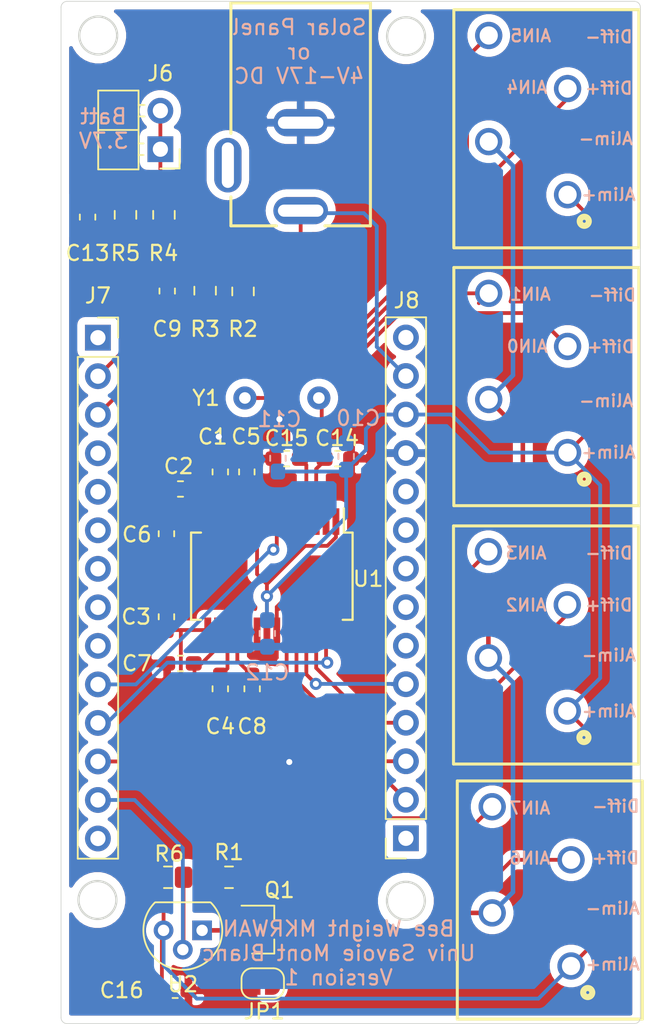
<source format=kicad_pcb>
(kicad_pcb (version 20171130) (host pcbnew "(5.1.10)-1")
  (title_block (title "Mesure Poids ADS1241 MKRWAN1310") (date 2021-05-01))
  (layers (0 F.Cu signal) (31 B.Cu signal) (34 B.Paste user) (35 F.Paste user hide) (36 B.SilkS user) (37 F.SilkS user) (38 B.Mask user) (39 F.Mask user hide) (44 Edge.Cuts user))
  (net 0 "")
  (net 1 GND)
  (net 2 /AIN1)
  (net 3 /AIN4)
  (net 4 /AIN6)
  (net 5 /AIN2)
  (net 6 /AIN0)
  (net 7 /AIN5)
  (net 8 /AIN7)
  (net 9 /AIN3)
  (net 10 /A1_D16_Vin)
  (net 11 /3V3)
  (net 12 /A0_D15_3V7_BAT)
  (net 13 "Net-(C14-Pad2)")
  (net 14 "Net-(C15-Pad1)")
  (net 15 /GND_LowPower)
  (net 16 "Net-(J6-Pad1)")
  (net 17 /AREF)
  (net 18 /A2_D17)
  (net 19 /A3_D19)
  (net 20 /A4_D19)
  (net 21 /A5_D20)
  (net 22 /A6_D21)
  (net 23 /D0)
  (net 24 /D1_PDWN)
  (net 25 /D2_DRDY)
  (net 26 /D3_CMD_MOS)
  (net 27 /D4_DS1820_DQ)
  (net 28 /D5)
  (net 29 /5V)
  (net 30 /Vin)
  (net 31 /RESET)
  (net 32 /D14_TX)
  (net 33 /D13_RX)
  (net 34 /D12_SCL)
  (net 35 /D11_SDA)
  (net 36 /D10_MISO)
  (net 37 /D9_SCLK)
  (net 38 /D8_MOSI)
  (net 39 /D7_CS)
  (net 40 /D6_USER_LED)
  (net 41 "Net-(J9-Pad3)")
  (module Package_TO_SOT_THT:TO-92 (layer F.Cu) (at 160.5 111.25 180)
    (fp_text reference U2 (at 1.27 -3.56) (layer F.SilkS))
    (fp_text value DS18B20)
    (pad 1 thru_hole rect (at 0 0 180) (size 1.3 1.3) (drill 0.75) (layers *.Cu *.Mask) (net 15 /GND_LowPower))
    (pad 3 thru_hole circle (at 2.54 0 180) (size 1.3 1.3) (drill 0.75) (layers *.Cu *.Mask) (net 11 /3V3))
    (pad 2 thru_hole circle (at 1.27 -1.27 180) (size 1.3 1.3) (drill 0.75) (layers *.Cu *.Mask) (net 27 /D4_DS1820_DQ))
  )
  (module Connector_PinSocket_2.54mm:PinSocket_1x14_P2.54mm_Vertical (layer F.Cu) (at 173.9392 105.1814 180)
    (fp_text reference J8 (at -0.0508 35.4584) (layer F.SilkS))
    (fp_text value Conn_01x14_Female)
    (pad 14 thru_hole oval (at 0 33.02 180) (size 1.7 1.7) (drill 1) (layers *.Cu *.Mask) (net 29 /5V))
    (pad 13 thru_hole oval (at 0 30.48 180) (size 1.7 1.7) (drill 1) (layers *.Cu *.Mask) (net 30 /Vin))
    (pad 12 thru_hole oval (at 0 27.94 180) (size 1.7 1.7) (drill 1) (layers *.Cu *.Mask) (net 11 /3V3))
    (pad 11 thru_hole oval (at 0 25.4 180) (size 1.7 1.7) (drill 1) (layers *.Cu *.Mask) (net 1 GND))
    (pad 10 thru_hole oval (at 0 22.86 180) (size 1.7 1.7) (drill 1) (layers *.Cu *.Mask) (net 31 /RESET))
    (pad 9 thru_hole oval (at 0 20.32 180) (size 1.7 1.7) (drill 1) (layers *.Cu *.Mask) (net 32 /D14_TX))
    (pad 8 thru_hole oval (at 0 17.78 180) (size 1.7 1.7) (drill 1) (layers *.Cu *.Mask) (net 33 /D13_RX))
    (pad 7 thru_hole oval (at 0 15.24 180) (size 1.7 1.7) (drill 1) (layers *.Cu *.Mask) (net 34 /D12_SCL))
    (pad 6 thru_hole oval (at 0 12.7 180) (size 1.7 1.7) (drill 1) (layers *.Cu *.Mask) (net 35 /D11_SDA))
    (pad 5 thru_hole oval (at 0 10.16 180) (size 1.7 1.7) (drill 1) (layers *.Cu *.Mask) (net 36 /D10_MISO))
    (pad 4 thru_hole oval (at 0 7.62 180) (size 1.7 1.7) (drill 1) (layers *.Cu *.Mask) (net 37 /D9_SCLK))
    (pad 3 thru_hole oval (at 0 5.08 180) (size 1.7 1.7) (drill 1) (layers *.Cu *.Mask) (net 38 /D8_MOSI))
    (pad 2 thru_hole oval (at 0 2.54 180) (size 1.7 1.7) (drill 1) (layers *.Cu *.Mask) (net 39 /D7_CS))
    (pad 1 thru_hole rect (at 0 0 180) (size 1.7 1.7) (drill 1) (layers *.Cu *.Mask) (net 40 /D6_USER_LED))
  )
  (module USMB_Syl_Mont:ADS1241 (layer F.Cu) (at 171.45 87.9 270)
    (fp_text reference U1 (at 0.1778 0 180) (layer F.SilkS))
    (fp_text value ADS1241 hide)
    (pad 14 smd rect (at -3.6 10.575 270) (size 1.75 0.45) (layers F.Cu F.Paste F.Mask) (net 7 /AIN5))
    (pad 28 smd rect (at 3.6 2.125 270) (size 1.75 0.45) (layers F.Cu F.Paste F.Mask) (net 1 GND))
    (pad 6 smd rect (at -3.6 5.375 270) (size 1.75 0.45) (layers F.Cu F.Paste F.Mask) (net 11 /3V3))
    (pad 24 smd rect (at 3.6 4.725 270) (size 1.75 0.45) (layers F.Cu F.Paste F.Mask) (net 38 /D8_MOSI))
    (pad 26 smd rect (at 3.6 3.425 270) (size 1.75 0.45) (layers F.Cu F.Paste F.Mask) (net 37 /D9_SCLK))
    (pad 11 smd rect (at -3.6 8.625 270) (size 1.75 0.45) (layers F.Cu F.Paste F.Mask) (net 6 /AIN0))
    (pad 17 smd rect (at 3.6 9.275 270) (size 1.75 0.45) (layers F.Cu F.Paste F.Mask) (net 5 /AIN2))
    (pad 12 smd rect (at -3.6 9.275 270) (size 1.75 0.45) (layers F.Cu F.Paste F.Mask) (net 2 /AIN1))
    (pad 9 smd rect (at -3.6 7.325 270) (size 1.75 0.45) (layers F.Cu F.Paste F.Mask) (net 11 /3V3))
    (pad 15 smd rect (at 3.6 10.575 270) (size 1.75 0.45) (layers F.Cu F.Paste F.Mask) (net 4 /AIN6))
    (pad 19 smd rect (at 3.6 7.975 270) (size 1.75 0.45) (layers F.Cu F.Paste F.Mask) (net 1 GND))
    (pad 20 smd rect (at 3.6 7.325 270) (size 1.75 0.45) (layers F.Cu F.Paste F.Mask) (net 1 GND))
    (pad 10 smd rect (at -3.6 7.975 270) (size 1.75 0.45) (layers F.Cu F.Paste F.Mask) (net 1 GND))
    (pad 22 smd rect (at 3.6 6.025 270) (size 1.75 0.45) (layers F.Cu F.Paste F.Mask) (net 1 GND))
    (pad 7 smd rect (at -3.6 6.025 270) (size 1.75 0.45) (layers F.Cu F.Paste F.Mask) (net 24 /D1_PDWN))
    (pad 21 smd rect (at 3.6 6.675 270) (size 1.75 0.45) (layers F.Cu F.Paste F.Mask) (net 11 /3V3))
    (pad 16 smd rect (at 3.6 9.925 270) (size 1.75 0.45) (layers F.Cu F.Paste F.Mask) (net 8 /AIN7))
    (pad 23 smd rect (at 3.6 5.375 270) (size 1.75 0.45) (layers F.Cu F.Paste F.Mask) (net 39 /D7_CS))
    (pad 18 smd rect (at 3.6 8.625 270) (size 1.75 0.45) (layers F.Cu F.Paste F.Mask) (net 9 /AIN3))
    (pad 27 smd rect (at 3.6 2.775 270) (size 1.75 0.45) (layers F.Cu F.Paste F.Mask) (net 25 /D2_DRDY))
    (pad 8 smd rect (at -3.6 6.675 270) (size 1.75 0.45) (layers F.Cu F.Paste F.Mask) (net 1 GND))
    (pad 25 smd rect (at 3.6 4.075 270) (size 1.75 0.45) (layers F.Cu F.Paste F.Mask) (net 36 /D10_MISO))
    (pad 13 smd rect (at -3.6 9.925 270) (size 1.75 0.45) (layers F.Cu F.Paste F.Mask) (net 3 /AIN4))
    (pad 1 smd rect (at -3.6 2.125 270) (size 1.75 0.45) (layers F.Cu F.Paste F.Mask) (net 11 /3V3))
    (pad 3 smd rect (at -3.6 3.425 270) (size 1.75 0.45) (layers F.Cu F.Paste F.Mask) (net 13 "Net-(C14-Pad2)"))
    (pad 2 smd rect (at -3.6 2.775 270) (size 1.75 0.45) (layers F.Cu F.Paste F.Mask) (net 1 GND))
    (pad 5 smd rect (at -3.6 4.725 270) (size 1.75 0.45) (layers F.Cu F.Paste F.Mask) (net 11 /3V3))
    (pad 4 smd rect (at -3.6 4.075 270) (size 1.75 0.45) (layers F.Cu F.Paste F.Mask) (net 14 "Net-(C15-Pad1)"))
  )
  (module Jumper:SolderJumper-2_P1.3mm_Open_RoundedPad1.0x1.5mm (layer F.Cu) (at 164.5 114.75 180)
    (fp_text reference JP1 (at -0.1 -1.85) (layer F.SilkS))
    (fp_text value SolderJumper_2_Open)
    (pad 2 smd custom (at 0.65 0 180) (size 1 0.5) (layers F.Cu F.Mask) (net 1 GND) (options (clearance outline) (anchor rect)) (primitives (gr_circle (center 0 0.25) (end 0.5 0.25) (width 0)) (gr_circle (center 0 -0.25) (end 0.5 -0.25) (width 0)) (gr_poly (pts (xy 0 -0.75) (xy -0.5 -0.75) (xy -0.5 0.75) (xy 0 0.75)) (width 0))))
    (pad 1 smd custom (at -0.65 0 180) (size 1 0.5) (layers F.Cu F.Mask) (net 15 /GND_LowPower) (options (clearance outline) (anchor rect)) (primitives (gr_circle (center 0 0.25) (end 0.5 0.25) (width 0)) (gr_circle (center 0 -0.25) (end 0.5 -0.25) (width 0)) (gr_poly (pts (xy 0 -0.75) (xy 0.5 -0.75) (xy 0.5 0.75) (xy 0 0.75)) (width 0))))
  )
  (module USMB_Syl_Mont:Crystal-4Mhz-TH-Wurth-830027298B (layer F.Cu) (at 165.7616 76.15 180)
    (fp_text reference Y1 (at 5 0) (layer F.SilkS))
    (fp_text value Crystal)
    (pad 2 thru_hole circle (at 2.4384 0 180) (size 1.524 1.524) (drill 0.762) (layers *.Cu *.Mask) (net 14 "Net-(C15-Pad1)"))
    (pad 1 thru_hole circle (at -2.4384 0 180) (size 1.524 1.524) (drill 0.762) (layers *.Cu *.Mask) (net 13 "Net-(C14-Pad2)"))
  )
  (module "USMB_Syl_Mont:TermBlock_1x04_P3.50mm Wurth_691412120004B" (layer F.Cu) (at 182.2283 108.3492 90)
    (fp_text reference J3 hide)
    (fp_text value 691412120004B hide)
    (pad 4 thru_hole circle (at 5.25 -2.6 90) (size 1.8 1.8) (drill 1.2) (layers *.Cu *.Mask) (net 8 /AIN7))
    (pad 3 thru_hole circle (at 1.75 2.6 90) (size 1.8 1.8) (drill 1.2) (layers *.Cu *.Mask) (net 4 /AIN6))
    (pad 2 thru_hole circle (at -1.75 -2.6 90) (size 1.8 1.8) (drill 1.2) (layers *.Cu *.Mask) (net 15 /GND_LowPower))
    (pad 1 thru_hole circle (at -5.25 2.6 90) (size 1.8 1.8) (drill 1.2) (layers *.Cu *.Mask) (net 11 /3V3))
  )
  (module "USMB_Syl_Mont:TermBlock_1x04_P3.50mm Wurth_691412120004B" (layer F.Cu) (at 182 74.5 90)
    (fp_text reference J5 hide)
    (fp_text value 691412120004B hide)
    (pad 4 thru_hole circle (at 5.25 -2.6 90) (size 1.8 1.8) (drill 1.2) (layers *.Cu *.Mask) (net 2 /AIN1))
    (pad 3 thru_hole circle (at 1.75 2.6 90) (size 1.8 1.8) (drill 1.2) (layers *.Cu *.Mask) (net 6 /AIN0))
    (pad 2 thru_hole circle (at -1.75 -2.6 90) (size 1.8 1.8) (drill 1.2) (layers *.Cu *.Mask) (net 15 /GND_LowPower))
    (pad 1 thru_hole circle (at -5.25 2.6 90) (size 1.8 1.8) (drill 1.2) (layers *.Cu *.Mask) (net 11 /3V3))
  )
  (module Capacitor_SMD:C_0603_1608Metric_Pad1.05x0.95mm_HandSolder (layer F.Cu) (at 159.075 93.65 180)
    (fp_text reference C7 (at 2.875 0) (layer F.SilkS))
    (fp_text value 10nF)
    (pad 2 smd roundrect (at 0.875 0 180) (size 1.05 0.95) (layers F.Cu F.Paste F.Mask) (net 1 GND))
    (pad 1 smd roundrect (at -0.875 0 180) (size 1.05 0.95) (layers F.Cu F.Paste F.Mask) (net 8 /AIN7))
  )
  (module "USMB_Syl_Mont:TermBlock_1x04_P3.50mm Wurth_691412120004B" (layer F.Cu) (at 181.9783 91.5342 90)
    (fp_text reference J4 hide)
    (fp_text value 691412120004B hide)
    (pad 1 thru_hole circle (at -5.25 2.6 90) (size 1.8 1.8) (drill 1.2) (layers *.Cu *.Mask) (net 11 /3V3))
    (pad 2 thru_hole circle (at -1.75 -2.6 90) (size 1.8 1.8) (drill 1.2) (layers *.Cu *.Mask) (net 15 /GND_LowPower))
    (pad 3 thru_hole circle (at 1.75 2.6 90) (size 1.8 1.8) (drill 1.2) (layers *.Cu *.Mask) (net 5 /AIN2))
    (pad 4 thru_hole circle (at 5.25 -2.6 90) (size 1.8 1.8) (drill 1.2) (layers *.Cu *.Mask) (net 9 /AIN3))
  )
  (module Connector_PinHeader_2.54mm:PinHeader_1x02_P2.54mm_Horizontal (layer F.Cu) (at 157.75 59.75 180)
    (fp_text reference J6 (at 0 5 180) (layer F.SilkS))
    (fp_text value Conn_01x02_Male)
    (pad 1 thru_hole rect (at 0 0 180) (size 1.7 1.7) (drill 1) (layers *.Cu *.Mask) (net 16 "Net-(J6-Pad1)"))
    (pad 2 thru_hole oval (at 0 2.54 180) (size 1.7 1.7) (drill 1) (layers *.Cu *.Mask) (net 16 "Net-(J6-Pad1)"))
  )
  (module Connector_PinSocket_2.54mm:PinSocket_1x14_P2.54mm_Vertical (layer F.Cu) (at 153.6319 72.1741)
    (fp_text reference J7 (at 0 -2.77) (layer F.SilkS))
    (fp_text value Conn_01x14_Female)
    (pad 14 thru_hole oval (at 0 33.02) (size 1.7 1.7) (drill 1) (layers *.Cu *.Mask) (net 28 /D5))
    (pad 13 thru_hole oval (at 0 30.48) (size 1.7 1.7) (drill 1) (layers *.Cu *.Mask) (net 27 /D4_DS1820_DQ))
    (pad 12 thru_hole oval (at 0 27.94) (size 1.7 1.7) (drill 1) (layers *.Cu *.Mask) (net 26 /D3_CMD_MOS))
    (pad 11 thru_hole oval (at 0 25.4) (size 1.7 1.7) (drill 1) (layers *.Cu *.Mask) (net 25 /D2_DRDY))
    (pad 10 thru_hole oval (at 0 22.86) (size 1.7 1.7) (drill 1) (layers *.Cu *.Mask) (net 24 /D1_PDWN))
    (pad 9 thru_hole oval (at 0 20.32) (size 1.7 1.7) (drill 1) (layers *.Cu *.Mask) (net 23 /D0))
    (pad 8 thru_hole oval (at 0 17.78) (size 1.7 1.7) (drill 1) (layers *.Cu *.Mask) (net 22 /A6_D21))
    (pad 7 thru_hole oval (at 0 15.24) (size 1.7 1.7) (drill 1) (layers *.Cu *.Mask) (net 21 /A5_D20))
    (pad 6 thru_hole oval (at 0 12.7) (size 1.7 1.7) (drill 1) (layers *.Cu *.Mask) (net 20 /A4_D19))
    (pad 5 thru_hole oval (at 0 10.16) (size 1.7 1.7) (drill 1) (layers *.Cu *.Mask) (net 19 /A3_D19))
    (pad 4 thru_hole oval (at 0 7.62) (size 1.7 1.7) (drill 1) (layers *.Cu *.Mask) (net 18 /A2_D17))
    (pad 3 thru_hole oval (at 0 5.08) (size 1.7 1.7) (drill 1) (layers *.Cu *.Mask) (net 10 /A1_D16_Vin))
    (pad 2 thru_hole oval (at 0 2.54) (size 1.7 1.7) (drill 1) (layers *.Cu *.Mask) (net 12 /A0_D15_3V7_BAT))
    (pad 1 thru_hole rect (at 0 0) (size 1.7 1.7) (drill 1) (layers *.Cu *.Mask) (net 17 /AREF))
  )
  (module Capacitor_SMD:C_0603_1608Metric_Pad1.05x0.95mm_HandSolder (layer F.Cu) (at 161.7 81.025 90)
    (fp_text reference C1 (at 2.325 -0.5) (layer F.SilkS))
    (fp_text value 10nF)
    (pad 2 smd roundrect (at 0.875 0 90) (size 1.05 0.95) (layers F.Cu F.Paste F.Mask) (net 1 GND))
    (pad 1 smd roundrect (at -0.875 0 90) (size 1.05 0.95) (layers F.Cu F.Paste F.Mask) (net 2 /AIN1))
  )
  (module Capacitor_SMD:C_0603_1608Metric_Pad1.05x0.95mm_HandSolder (layer F.Cu) (at 159.075 82.15 180)
    (fp_text reference C2 (at 0.125 1.5) (layer F.SilkS))
    (fp_text value 10nF)
    (pad 2 smd roundrect (at 0.875 0 180) (size 1.05 0.95) (layers F.Cu F.Paste F.Mask) (net 1 GND))
    (pad 1 smd roundrect (at -0.875 0 180) (size 1.05 0.95) (layers F.Cu F.Paste F.Mask) (net 3 /AIN4))
  )
  (module Capacitor_SMD:C_0603_1608Metric_Pad1.05x0.95mm_HandSolder (layer F.Cu) (at 158.15 90.575 90)
    (fp_text reference C3 (at 0 -2) (layer F.SilkS))
    (fp_text value 10nF)
    (pad 1 smd roundrect (at -0.875 0 90) (size 1.05 0.95) (layers F.Cu F.Paste F.Mask) (net 4 /AIN6))
    (pad 2 smd roundrect (at 0.875 0 90) (size 1.05 0.95) (layers F.Cu F.Paste F.Mask) (net 1 GND))
  )
  (module Capacitor_SMD:C_0603_1608Metric_Pad1.05x0.95mm_HandSolder (layer F.Cu) (at 161.7 95.325 270)
    (fp_text reference C4 (at 2.475 0) (layer F.SilkS))
    (fp_text value 10nF)
    (pad 1 smd roundrect (at -0.875 0 270) (size 1.05 0.95) (layers F.Cu F.Paste F.Mask) (net 5 /AIN2))
    (pad 2 smd roundrect (at 0.875 0 270) (size 1.05 0.95) (layers F.Cu F.Paste F.Mask) (net 1 GND))
  )
  (module Capacitor_SMD:C_0603_1608Metric_Pad1.05x0.95mm_HandSolder (layer F.Cu) (at 163.45 81.025 90)
    (fp_text reference C5 (at 2.325 -0.05) (layer F.SilkS))
    (fp_text value 10nF)
    (pad 1 smd roundrect (at -0.875 0 90) (size 1.05 0.95) (layers F.Cu F.Paste F.Mask) (net 6 /AIN0))
    (pad 2 smd roundrect (at 0.875 0 90) (size 1.05 0.95) (layers F.Cu F.Paste F.Mask) (net 1 GND))
  )
  (module Capacitor_SMD:C_0603_1608Metric_Pad1.05x0.95mm_HandSolder (layer F.Cu) (at 158.15 85.1 270)
    (fp_text reference C6 (at 0.05 1.95 180) (layer F.SilkS))
    (fp_text value 10nF)
    (pad 1 smd roundrect (at -0.875 0 270) (size 1.05 0.95) (layers F.Cu F.Paste F.Mask) (net 7 /AIN5))
    (pad 2 smd roundrect (at 0.875 0 270) (size 1.05 0.95) (layers F.Cu F.Paste F.Mask) (net 1 GND))
  )
  (module Capacitor_SMD:C_0603_1608Metric_Pad1.05x0.95mm_HandSolder (layer F.Cu) (at 163.8 95.325 270)
    (fp_text reference C8 (at 2.475 0 180) (layer F.SilkS))
    (fp_text value 10nF)
    (pad 2 smd roundrect (at 0.875 0 270) (size 1.05 0.95) (layers F.Cu F.Paste F.Mask) (net 1 GND))
    (pad 1 smd roundrect (at -0.875 0 270) (size 1.05 0.95) (layers F.Cu F.Paste F.Mask) (net 9 /AIN3))
  )
  (module Capacitor_SMD:C_0603_1608Metric_Pad1.05x0.95mm_HandSolder (layer F.Cu) (at 158.2 69.1 90)
    (fp_text reference C9 (at -2.5 0) (layer F.SilkS))
    (fp_text value 100nF)
    (pad 1 smd roundrect (at -0.875 0 90) (size 1.05 0.95) (layers F.Cu F.Paste F.Mask) (net 10 /A1_D16_Vin))
    (pad 2 smd roundrect (at 0.875 0 90) (size 1.05 0.95) (layers F.Cu F.Paste F.Mask) (net 1 GND))
  )
  (module Capacitor_SMD:C_0603_1608Metric_Pad1.05x0.95mm_HandSolder (layer B.Cu) (at 170 80 270)
    (fp_text reference C10 (at -2.525 -0.8) (layer B.SilkS) (effects (justify mirror)))
    (fp_text value 100nF)
    (pad 1 smd roundrect (at -0.875 0 270) (size 1.05 0.95) (layers B.Cu B.Paste B.Mask) (net 1 GND))
    (pad 2 smd roundrect (at 0.875 0 270) (size 1.05 0.95) (layers B.Cu B.Paste B.Mask) (net 11 /3V3))
  )
  (module Capacitor_SMD:C_0603_1608Metric_Pad1.05x0.95mm_HandSolder (layer B.Cu) (at 165.5 80.125 270)
    (fp_text reference C11 (at -2.575 -0.1 180) (layer B.SilkS) (effects (justify mirror)))
    (fp_text value 100nF)
    (pad 2 smd roundrect (at 0.875 0 270) (size 1.05 0.95) (layers B.Cu B.Paste B.Mask) (net 11 /3V3))
    (pad 1 smd roundrect (at -0.875 0 270) (size 1.05 0.95) (layers B.Cu B.Paste B.Mask) (net 1 GND))
  )
  (module Capacitor_SMD:C_0603_1608Metric_Pad1.05x0.95mm_HandSolder (layer B.Cu) (at 164.8 91.675 90)
    (fp_text reference C12 (at -2.575 0 180) (layer B.SilkS) (effects (justify mirror)))
    (fp_text value 100nF)
    (pad 1 smd roundrect (at -0.875 0 90) (size 1.05 0.95) (layers B.Cu B.Paste B.Mask) (net 1 GND))
    (pad 2 smd roundrect (at 0.875 0 90) (size 1.05 0.95) (layers B.Cu B.Paste B.Mask) (net 11 /3V3))
  )
  (module Capacitor_SMD:C_0603_1608Metric_Pad1.05x0.95mm_HandSolder (layer F.Cu) (at 152.95 64.225 90)
    (fp_text reference C13 (at -2.375 0 180) (layer F.SilkS))
    (fp_text value 100nF)
    (pad 1 smd roundrect (at -0.875 0 90) (size 1.05 0.95) (layers F.Cu F.Paste F.Mask) (net 12 /A0_D15_3V7_BAT))
    (pad 2 smd roundrect (at 0.875 0 90) (size 1.05 0.95) (layers F.Cu F.Paste F.Mask) (net 1 GND))
  )
  (module Capacitor_SMD:C_0603_1608Metric_Pad1.05x0.95mm_HandSolder (layer F.Cu) (at 169.45 80.15 180)
    (fp_text reference C14 (at 0.05 1.35) (layer F.SilkS))
    (fp_text value 18pF)
    (pad 2 smd roundrect (at 0.875 0 180) (size 1.05 0.95) (layers F.Cu F.Paste F.Mask) (net 13 "Net-(C14-Pad2)"))
    (pad 1 smd roundrect (at -0.875 0 180) (size 1.05 0.95) (layers F.Cu F.Paste F.Mask) (net 1 GND))
  )
  (module Capacitor_SMD:C_0603_1608Metric_Pad1.05x0.95mm_HandSolder (layer F.Cu) (at 166.075 80.15 180)
    (fp_text reference C15 (at 0 1.35) (layer F.SilkS))
    (fp_text value 18pF)
    (pad 2 smd roundrect (at 0.875 0 180) (size 1.05 0.95) (layers F.Cu F.Paste F.Mask) (net 1 GND))
    (pad 1 smd roundrect (at -0.875 0 180) (size 1.05 0.95) (layers F.Cu F.Paste F.Mask) (net 14 "Net-(C15-Pad1)"))
  )
  (module Capacitor_SMD:C_0603_1608Metric_Pad1.05x0.95mm_HandSolder (layer F.Cu) (at 158.725 115.2 180)
    (fp_text reference C16 (at 3.525 0) (layer F.SilkS))
    (fp_text value 100n)
    (pad 2 smd roundrect (at 0.875 0 180) (size 1.05 0.95) (layers F.Cu F.Paste F.Mask) (net 11 /3V3))
    (pad 1 smd roundrect (at -0.875 0 180) (size 1.05 0.95) (layers F.Cu F.Paste F.Mask) (net 1 GND))
  )
  (module "USMB_Syl_Mont:TermBlock_1x04_P3.50mm Wurth_691412120004B" (layer F.Cu) (at 182 57.5 90)
    (fp_text reference J2 hide)
    (fp_text value 691412120004B hide)
    (pad 4 thru_hole circle (at 5.25 -2.6 90) (size 1.8 1.8) (drill 1.2) (layers *.Cu *.Mask) (net 7 /AIN5))
    (pad 3 thru_hole circle (at 1.75 2.6 90) (size 1.8 1.8) (drill 1.2) (layers *.Cu *.Mask) (net 3 /AIN4))
    (pad 2 thru_hole circle (at -1.75 -2.6 90) (size 1.8 1.8) (drill 1.2) (layers *.Cu *.Mask) (net 15 /GND_LowPower))
    (pad 1 thru_hole circle (at -5.25 2.6 90) (size 1.8 1.8) (drill 1.2) (layers *.Cu *.Mask) (net 11 /3V3))
  )
  (module "USMB_Syl_Mont:Jack_DC_2.1mm Wurth_694108301002" (layer F.Cu) (at 167 58 270)
    (fp_text reference J9 hide)
    (fp_text value 694108301002 hide)
    (pad 2 thru_hole oval (at 0 0 270) (size 1.8 3.6) (drill oval 0.8 3) (layers *.Cu *.Mask) (net 1 GND))
    (pad 1 thru_hole oval (at 5.8 0 270) (size 1.8 3.6) (drill oval 0.8 3) (layers *.Cu *.Mask) (net 30 /Vin))
    (pad 3 thru_hole oval (at 2.8 4.8 270) (size 3.6 1.8) (drill oval 3 0.8) (layers *.Cu *.Mask) (net 41 "Net-(J9-Pad3)"))
  )
  (module Package_TO_SOT_SMD:SOT-23 (layer F.Cu) (at 164.5 111.2)
    (fp_text reference Q1 (at 1.1 -2.6) (layer F.SilkS))
    (fp_text value IRLML6244 hide)
    (pad 1 smd rect (at -1 -0.95) (size 0.9 0.8) (layers F.Cu F.Paste F.Mask) (net 26 /D3_CMD_MOS))
    (pad 2 smd rect (at -1 0.95) (size 0.9 0.8) (layers F.Cu F.Paste F.Mask) (net 1 GND))
    (pad 3 smd rect (at 1 0) (size 0.9 0.8) (layers F.Cu F.Paste F.Mask) (net 15 /GND_LowPower))
  )
  (module Resistor_SMD:R_0805_2012Metric_Pad1.15x1.40mm_HandSolder (layer F.Cu) (at 162.275 107.75)
    (fp_text reference R1 (at 0 -1.65) (layer F.SilkS))
    (fp_text value 1M)
    (pad 2 smd roundrect (at 1.025 0) (size 1.15 1.4) (layers F.Cu F.Paste F.Mask) (roundrect_rratio 0.217391) (net 26 /D3_CMD_MOS))
    (pad 1 smd roundrect (at -1.025 0) (size 1.15 1.4) (layers F.Cu F.Paste F.Mask) (roundrect_rratio 0.217391) (net 1 GND))
  )
  (module Resistor_SMD:R_0805_2012Metric_Pad1.15x1.40mm_HandSolder (layer F.Cu) (at 163.2 69.125 90)
    (fp_text reference R2 (at -2.475 0) (layer F.SilkS))
    (fp_text value 560k)
    (pad 1 smd roundrect (at -1.025 0 90) (size 1.15 1.4) (layers F.Cu F.Paste F.Mask) (roundrect_rratio 0.217391) (net 10 /A1_D16_Vin))
    (pad 2 smd roundrect (at 1.025 0 90) (size 1.15 1.4) (layers F.Cu F.Paste F.Mask) (roundrect_rratio 0.217391) (net 30 /Vin))
  )
  (module Resistor_SMD:R_0805_2012Metric_Pad1.15x1.40mm_HandSolder (layer F.Cu) (at 160.7 69.075 270)
    (fp_text reference R3 (at 2.525 0) (layer F.SilkS))
    (fp_text value 100k)
    (pad 2 smd roundrect (at 1.025 0 270) (size 1.15 1.4) (layers F.Cu F.Paste F.Mask) (roundrect_rratio 0.217391) (net 10 /A1_D16_Vin))
    (pad 1 smd roundrect (at -1.025 0 270) (size 1.15 1.4) (layers F.Cu F.Paste F.Mask) (roundrect_rratio 0.217391) (net 1 GND))
  )
  (module Resistor_SMD:R_0805_2012Metric_Pad1.15x1.40mm_HandSolder (layer F.Cu) (at 157.9856 64.075 270)
    (fp_text reference R4 (at 2.525 0.0356) (layer F.SilkS))
    (fp_text value 330k)
    (pad 2 smd roundrect (at 1.025 0 270) (size 1.15 1.4) (layers F.Cu F.Paste F.Mask) (roundrect_rratio 0.217391) (net 12 /A0_D15_3V7_BAT))
    (pad 1 smd roundrect (at -1.025 0 270) (size 1.15 1.4) (layers F.Cu F.Paste F.Mask) (roundrect_rratio 0.217391) (net 16 "Net-(J6-Pad1)"))
  )
  (module Resistor_SMD:R_0805_2012Metric_Pad1.15x1.40mm_HandSolder (layer F.Cu) (at 155.45 64.075 90)
    (fp_text reference R5 (at -2.525 0 180) (layer F.SilkS))
    (fp_text value 1M)
    (pad 1 smd roundrect (at -1.025 0 90) (size 1.15 1.4) (layers F.Cu F.Paste F.Mask) (roundrect_rratio 0.217391) (net 12 /A0_D15_3V7_BAT))
    (pad 2 smd roundrect (at 1.025 0 90) (size 1.15 1.4) (layers F.Cu F.Paste F.Mask) (roundrect_rratio 0.217391) (net 1 GND))
  )
  (module Resistor_SMD:R_0805_2012Metric_Pad1.15x1.40mm_HandSolder (layer F.Cu) (at 158.25 107.75 180)
    (fp_text reference R6 (at -0.0799 1.5494) (layer F.SilkS))
    (fp_text value 4.7k)
    (pad 1 smd roundrect (at -1.025 0 180) (size 1.15 1.4) (layers F.Cu F.Paste F.Mask) (roundrect_rratio 0.217391) (net 27 /D4_DS1820_DQ))
    (pad 2 smd roundrect (at 1.025 0 180) (size 1.15 1.4) (layers F.Cu F.Paste F.Mask) (roundrect_rratio 0.217391) (net 11 /3V3))
  )
  (gr_arc (start 189 117) (end 189 117.4) (angle -90) (layer Edge.Cuts) (width 0.05))
  (gr_arc (start 151.6 117) (end 151.2 117) (angle -90) (layer Edge.Cuts) (width 0.05))
  (gr_arc (start 151.6 50.4) (end 151.6 50) (angle -90) (layer Edge.Cuts) (width 0.05))
  (gr_arc (start 189 50.4) (end 189.4 50.4) (angle -90) (layer Edge.Cuts) (width 0.05))
  (gr_line (start 189.4 117) (end 189.4 50.4) (layer Edge.Cuts) (width 0.05))
  (gr_line (start 151.6 117.4) (end 189 117.4) (layer Edge.Cuts) (width 0.05))
  (gr_line (start 151.2 50.4) (end 151.2 117) (layer Edge.Cuts) (width 0.05))
  (gr_line (start 189 50) (end 151.6 50) (layer Edge.Cuts) (width 0.05))
  (gr_circle (center 173.9392 109.3) (end 175.1892 109.3) (layer Edge.Cuts) (width 0.15))
  (gr_circle (center 153.6 109.25) (end 154.85 109.25) (layer Edge.Cuts) (width 0.15))
  (gr_circle (center 153.65 52.25) (end 154.9 52.25) (layer Edge.Cuts) (width 0.15))
  (gr_circle (center 173.95 52.3) (end 175.2 52.3) (layer Edge.Cuts) (width 0.15))
  (gr_text "Batt\n3.7V" (at 154.0002 58.3946) (layer B.SilkS) (effects (font (size 1 1)) (justify mirror)))
  (gr_text "Solar Panel\nor\n4V-17V DC" (at 166.9034 53.3146) (layer B.SilkS) (effects (font (size 1 1)) (justify mirror)))
  (gr_text AIN2 (at 181.864 89.807) (layer B.SilkS) (effects (font (size 0.8 0.8)) (justify mirror)))
  (gr_text AIN3 (at 181.864 86.378) (layer B.SilkS) (effects (font (size 0.8 0.8)) (justify mirror)))
  (gr_text AIN7 (at 182.114 103.193) (layer B.SilkS) (effects (font (size 0.8 0.8)) (justify mirror)))
  (gr_text AIN6 (at 182.114 106.495) (layer B.SilkS) (effects (font (size 0.8 0.8)) (justify mirror)))
  (gr_text AIN5 (at 182.1688 52.2732) (layer B.SilkS) (effects (font (size 0.8 0.8)) (justify mirror)))
  (gr_text AIN4 (at 181.9148 55.6768) (layer B.SilkS) (effects (font (size 0.8 0.8)) (justify mirror)))
  (gr_text AIN1 (at 182.1434 69.3166) (layer B.SilkS) (effects (font (size 0.8 0.8)) (justify mirror)))
  (gr_text AIN0 (at 181.9402 72.7456) (layer B.SilkS) (effects (font (size 0.8 0.8)) (justify mirror)))
  (gr_text Diff+ (at 187.7568 106.4768) (layer B.SilkS) (effects (font (size 0.8 0.8)) (justify mirror)))
  (gr_text Alim+ (at 187.575 113.48) (layer B.SilkS) (effects (font (size 0.8 0.8)) (justify mirror)))
  (gr_text Diff- (at 187.7822 103.066) (layer B.SilkS) (effects (font (size 0.8 0.8)) (justify mirror)))
  (gr_text Alim- (at 187.575 109.797) (layer B.SilkS) (effects (font (size 0.8 0.8)) (justify mirror)))
  (gr_text Alim- (at 187.1218 59.055) (layer B.SilkS) (effects (font (size 0.8 0.8)) (justify mirror)))
  (gr_text Diff- (at 187.325 52.338) (layer B.SilkS) (effects (font (size 0.8 0.8)) (justify mirror)))
  (gr_text Diff+ (at 187.325 55.7276) (layer B.SilkS) (effects (font (size 0.8 0.8)) (justify mirror)))
  (gr_text Alim+ (at 187.2996 62.738) (layer B.SilkS) (effects (font (size 0.8 0.8)) (justify mirror)))
  (gr_text Diff+ (at 187.452 72.771) (layer B.SilkS) (effects (font (size 0.8 0.8)) (justify mirror)))
  (gr_text Alim+ (at 187.2996 79.7306) (layer B.SilkS) (effects (font (size 0.8 0.8)) (justify mirror)))
  (gr_text Diff- (at 187.5536 69.3674) (layer B.SilkS) (effects (font (size 0.8 0.8)) (justify mirror)))
  (gr_text Alim- (at 187.1472 76.337) (layer B.SilkS) (effects (font (size 0.8 0.8)) (justify mirror)))
  (gr_text Diff- (at 187.325 86.378) (layer B.SilkS) (effects (font (size 0.8 0.8)) (justify mirror)))
  (gr_text Diff+ (at 187.325 89.807) (layer B.SilkS) (effects (font (size 0.8 0.8)) (justify mirror)))
  (gr_text Alim- (at 187.325 93.109) (layer B.SilkS) (effects (font (size 0.8 0.8)) (justify mirror)))
  (gr_text Alim+ (at 187.325 96.792) (layer B.SilkS) (effects (font (size 0.8 0.8)) (justify mirror)))
  (gr_text "Bee Weight MKRWAN\nUniv Savoie Mont Blanc\nVersion 1" (at 169.5 112.75) (layer B.SilkS) (effects (font (size 1 1)) (justify mirror)))
  (segment (start 168.675 84.3) (end 168.675 82.425) (width 0.25) (layer F.Cu) (net 1))
  (segment (start 170.325 80.775) (end 170.325 80.15) (width 0.25) (layer F.Cu) (net 1))
  (segment (start 168.675 82.425) (end 170.325 80.775) (width 0.25) (layer F.Cu) (net 1))
  (via (at 161.6 78.7) (size 0.8) (drill 0.4) (layers F.Cu B.Cu) (net 1))
  (segment (start 161.7 79.15) (end 161.2 78.65) (width 0.25) (layer F.Cu) (net 1))
  (segment (start 161.7 80.15) (end 161.7 79.15) (width 0.25) (layer F.Cu) (net 1))
  (segment (start 163.475 91.5) (end 163.475 89.675) (width 0.25) (layer F.Cu) (net 1))
  (segment (start 164.125 91.5) (end 163.475 91.5) (width 0.25) (layer F.Cu) (net 1))
  (segment (start 165.425 91.5) (end 165.425 89.925) (width 0.25) (layer F.Cu) (net 1))
  (segment (start 165.425 89.925) (end 166.45 88.9) (width 0.25) (layer F.Cu) (net 1))
  (segment (start 169.325 91.5) (end 170.6 91.5) (width 0.25) (layer F.Cu) (net 1))
  (via (at 166.25 100.15) (size 0.8) (drill 0.4) (layers F.Cu B.Cu) (net 1))
  (segment (start 163.475 84.3) (end 163.475 83.264998) (width 0.25) (layer F.Cu) (net 1))
  (segment (start 163.475 84.3) (end 163.475 85.425) (width 0.25) (layer F.Cu) (net 1))
  (segment (start 163.475 85.425) (end 162.75 86.15) (width 0.25) (layer F.Cu) (net 1))
  (segment (start 165.2 80.15) (end 165.2 81.539998) (width 0.25) (layer F.Cu) (net 1))
  (via (at 165.6 77.55) (size 0.8) (drill 0.4) (layers F.Cu B.Cu) (net 1))
  (segment (start 164.125 91.5) (end 164.125 92.725) (width 0.25) (layer F.Cu) (net 1))
  (segment (start 165.425 93.275) (end 165.425 91.5) (width 0.25) (layer F.Cu) (net 1))
  (segment (start 165.05 93.65) (end 165.425 93.275) (width 0.25) (layer F.Cu) (net 1))
  (segment (start 163.475 91.5) (end 163.475 92.775) (width 0.25) (layer F.Cu) (net 1))
  (segment (start 163.825 93.125) (end 164.525 93.125) (width 0.25) (layer F.Cu) (net 1))
  (segment (start 163.475 92.775) (end 163.825 93.125) (width 0.25) (layer F.Cu) (net 1))
  (segment (start 164.525 93.125) (end 165.05 93.65) (width 0.25) (layer F.Cu) (net 1))
  (segment (start 164.125 92.725) (end 164.525 93.125) (width 0.25) (layer F.Cu) (net 1))
  (segment (start 164.775 84.0434) (end 164.874999 83.943401) (width 0.25) (layer F.Cu) (net 1))
  (segment (start 164.775 84.3) (end 164.775 84.0434) (width 0.25) (layer F.Cu) (net 1))
  (segment (start 164.775 84.3) (end 164.775 82.875) (width 0.25) (layer F.Cu) (net 1))
  (segment (start 164.009999 82.729999) (end 164.285001 82.729999) (width 0.25) (layer F.Cu) (net 1))
  (segment (start 163.475 83.264998) (end 164.009999 82.729999) (width 0.25) (layer F.Cu) (net 1))
  (segment (start 164.009999 82.729999) (end 165.2 81.539998) (width 0.25) (layer F.Cu) (net 1))
  (segment (start 162.175 82.375) (end 161.7 81.9) (width 0.25) (layer F.Cu) (net 2))
  (segment (start 162.175 84.3) (end 162.175 82.375) (width 0.25) (layer F.Cu) (net 2))
  (segment (start 178.75001 69.89999) (end 179.4 69.25) (width 0.25) (layer F.Cu) (net 2))
  (segment (start 174.21359 69.25) (end 179.4 69.25) (width 0.25) (layer F.Cu) (net 2))
  (segment (start 160.45 76.15) (end 162.55001 74.04999) (width 0.25) (layer F.Cu) (net 2))
  (segment (start 169.4136 74.04999) (end 174.21359 69.25) (width 0.25) (layer F.Cu) (net 2))
  (segment (start 162.55001 74.04999) (end 169.4136 74.04999) (width 0.25) (layer F.Cu) (net 2))
  (segment (start 160.45 81.15) (end 160.45 76.15) (width 0.25) (layer F.Cu) (net 2))
  (segment (start 161.2 81.9) (end 160.45 81.15) (width 0.25) (layer F.Cu) (net 2))
  (segment (start 161.7 81.9) (end 161.2 81.9) (width 0.25) (layer F.Cu) (net 2))
  (segment (start 161.525 84.3) (end 161.525 83.264998) (width 0.25) (layer F.Cu) (net 3))
  (segment (start 160.410002 82.15) (end 159.95 82.15) (width 0.25) (layer F.Cu) (net 3))
  (segment (start 161.525 83.264998) (end 160.410002 82.15) (width 0.25) (layer F.Cu) (net 3))
  (segment (start 184.6 56.4) (end 184.6 55.75) (width 0.25) (layer F.Cu) (net 3))
  (segment (start 178.420394 62.579606) (end 184.6 56.4) (width 0.25) (layer F.Cu) (net 3))
  (segment (start 178.420394 64.406786) (end 178.420394 62.579606) (width 0.25) (layer F.Cu) (net 3))
  (segment (start 169.227199 73.599981) (end 178.420394 64.406786) (width 0.25) (layer F.Cu) (net 3))
  (segment (start 162.363609 73.599981) (end 169.227199 73.599981) (width 0.25) (layer F.Cu) (net 3))
  (segment (start 159.95 76.01359) (end 162.363609 73.599981) (width 0.25) (layer F.Cu) (net 3))
  (segment (start 159.95 82.15) (end 159.95 76.01359) (width 0.25) (layer F.Cu) (net 3))
  (segment (start 160.825 91.45) (end 160.875 91.5) (width 0.25) (layer F.Cu) (net 4))
  (segment (start 158.15 91.45) (end 159.1 91.45) (width 0.25) (layer F.Cu) (net 4))
  (segment (start 159.1 91.45) (end 160.825 91.45) (width 0.25) (layer F.Cu) (net 4))
  (segment (start 159.1 97.65) (end 159.1 91.45) (width 0.25) (layer F.Cu) (net 4))
  (segment (start 172.975 111.525) (end 159.1 97.65) (width 0.25) (layer F.Cu) (net 4))
  (segment (start 176.025 111.525) (end 172.975 111.525) (width 0.25) (layer F.Cu) (net 4))
  (segment (start 180.9508 106.5992) (end 176.025 111.525) (width 0.25) (layer F.Cu) (net 4))
  (segment (start 184.8283 106.5992) (end 180.9508 106.5992) (width 0.25) (layer F.Cu) (net 4))
  (segment (start 162.175 93.975) (end 162.175 91.5) (width 0.25) (layer F.Cu) (net 5))
  (segment (start 161.7 94.45) (end 162.175 93.975) (width 0.25) (layer F.Cu) (net 5))
  (segment (start 184.5783 90.4217) (end 184.5783 89.7842) (width 0.25) (layer F.Cu) (net 5))
  (segment (start 178 97) (end 184.5783 90.4217) (width 0.25) (layer F.Cu) (net 5))
  (segment (start 178 104.09109) (end 178 97) (width 0.25) (layer F.Cu) (net 5))
  (segment (start 170.25 106.75) (end 175.34109 106.75) (width 0.25) (layer F.Cu) (net 5))
  (segment (start 175.34109 106.75) (end 178 104.09109) (width 0.25) (layer F.Cu) (net 5))
  (segment (start 160.75 97.25) (end 170.25 106.75) (width 0.25) (layer F.Cu) (net 5))
  (segment (start 160.75 95.4) (end 160.75 97.25) (width 0.25) (layer F.Cu) (net 5))
  (segment (start 161.7 94.45) (end 160.75 95.4) (width 0.25) (layer F.Cu) (net 5))
  (segment (start 162.825 82.525) (end 163.45 81.9) (width 0.25) (layer F.Cu) (net 6))
  (segment (start 162.825 84.3) (end 162.825 82.525) (width 0.25) (layer F.Cu) (net 6))
  (segment (start 162.64999 81.09999) (end 163.45 81.9) (width 0.25) (layer F.Cu) (net 6))
  (segment (start 162.64999 80.09999) (end 162.64999 81.09999) (width 0.25) (layer F.Cu) (net 6))
  (segment (start 162.64999 79.77948) (end 162.64999 80.09999) (width 0.25) (layer F.Cu) (net 6))
  (segment (start 182.80001 70.95001) (end 184.6 72.75) (width 0.25) (layer F.Cu) (net 6))
  (segment (start 162.85 74.5) (end 169.6 74.5) (width 0.25) (layer F.Cu) (net 6))
  (segment (start 161.9 77.6) (end 161.9 75.45) (width 0.25) (layer F.Cu) (net 6))
  (segment (start 162.64999 78.34999) (end 161.9 77.6) (width 0.25) (layer F.Cu) (net 6))
  (segment (start 161.9 75.45) (end 162.85 74.5) (width 0.25) (layer F.Cu) (net 6))
  (segment (start 162.64999 80.09999) (end 162.64999 78.34999) (width 0.25) (layer F.Cu) (net 6))
  (segment (start 172.825 71.275) (end 173.55 70.55) (width 0.25) (layer F.Cu) (net 6))
  (segment (start 169.6 74.5) (end 172.825 71.275) (width 0.25) (layer F.Cu) (net 6))
  (segment (start 172.825 71.275) (end 173.14999 70.95001) (width 0.25) (layer F.Cu) (net 6))
  (segment (start 182.4 70.55) (end 184.6 72.75) (width 0.25) (layer F.Cu) (net 6))
  (segment (start 173.55 70.55) (end 182.4 70.55) (width 0.25) (layer F.Cu) (net 6))
  (segment (start 158.225 84.3) (end 158.15 84.225) (width 0.25) (layer F.Cu) (net 7))
  (segment (start 160.875 84.3) (end 158.225 84.3) (width 0.25) (layer F.Cu) (net 7))
  (segment (start 177.970385 53.679615) (end 179.4 52.25) (width 0.25) (layer F.Cu) (net 7))
  (segment (start 169.040799 73.149971) (end 177.970385 64.220385) (width 0.25) (layer F.Cu) (net 7))
  (segment (start 162.177209 73.149971) (end 169.040799 73.149971) (width 0.25) (layer F.Cu) (net 7))
  (segment (start 159.05001 76.27717) (end 162.177209 73.149971) (width 0.25) (layer F.Cu) (net 7))
  (segment (start 177.970385 64.220385) (end 177.970385 53.679615) (width 0.25) (layer F.Cu) (net 7))
  (segment (start 159.05001 83.32499) (end 159.05001 76.27717) (width 0.25) (layer F.Cu) (net 7))
  (segment (start 158.15 84.225) (end 159.05001 83.32499) (width 0.25) (layer F.Cu) (net 7))
  (segment (start 161.525 92.6) (end 161.525 91.5) (width 0.25) (layer F.Cu) (net 8))
  (segment (start 160.475 93.65) (end 161.525 92.6) (width 0.25) (layer F.Cu) (net 8))
  (segment (start 159.95 93.65) (end 160.475 93.65) (width 0.25) (layer F.Cu) (net 8))
  (segment (start 160 93.7) (end 159.95 93.65) (width 0.25) (layer F.Cu) (net 8))
  (segment (start 160 97.13641) (end 160 93.7) (width 0.25) (layer F.Cu) (net 8))
  (segment (start 170.063599 107.200009) (end 160 97.13641) (width 0.25) (layer F.Cu) (net 8))
  (segment (start 175.52749 107.20001) (end 170.063599 107.200009) (width 0.25) (layer F.Cu) (net 8))
  (segment (start 179.6283 103.0992) (end 175.52749 107.20001) (width 0.25) (layer F.Cu) (net 8))
  (segment (start 162.825 93.475) (end 163.8 94.45) (width 0.25) (layer F.Cu) (net 9))
  (segment (start 162.825 91.5) (end 162.825 93.475) (width 0.25) (layer F.Cu) (net 9))
  (segment (start 177.481795 88.180705) (end 179.3783 86.2842) (width 0.25) (layer F.Cu) (net 9))
  (segment (start 175.15 103.85) (end 177.481795 101.518205) (width 0.25) (layer F.Cu) (net 9))
  (segment (start 177.481795 101.518205) (end 177.481795 88.180705) (width 0.25) (layer F.Cu) (net 9))
  (segment (start 172.75 103.85) (end 175.15 103.85) (width 0.25) (layer F.Cu) (net 9))
  (segment (start 172 103.1) (end 172.75 103.85) (width 0.25) (layer F.Cu) (net 9))
  (segment (start 172 101.33861) (end 172 103.1) (width 0.25) (layer F.Cu) (net 9))
  (segment (start 165.11139 94.45) (end 172 101.33861) (width 0.25) (layer F.Cu) (net 9))
  (segment (start 163.8 94.45) (end 165.11139 94.45) (width 0.25) (layer F.Cu) (net 9))
  (segment (start 160.75 70.15) (end 160.7 70.1) (width 0.25) (layer F.Cu) (net 10))
  (segment (start 163.2 70.15) (end 160.75 70.15) (width 0.25) (layer F.Cu) (net 10))
  (segment (start 158.325 70.1) (end 158.2 69.975) (width 0.25) (layer F.Cu) (net 10))
  (segment (start 160.7 70.1) (end 158.325 70.1) (width 0.25) (layer F.Cu) (net 10))
  (segment (start 158.2 72.686) (end 155.818 75.068) (width 0.25) (layer F.Cu) (net 10))
  (segment (start 158.2 69.975) (end 158.2 72.686) (width 0.25) (layer F.Cu) (net 10))
  (segment (start 155.818 75.068) (end 156 74.886) (width 0.25) (layer F.Cu) (net 10))
  (segment (start 153.6319 77.2541) (end 155.818 75.068) (width 0.25) (layer F.Cu) (net 10))
  (segment (start 184.6 79.75) (end 186.5 77.85) (width 0.25) (layer F.Cu) (net 11))
  (segment (start 186.5 64.65) (end 184.6 62.75) (width 0.25) (layer F.Cu) (net 11))
  (segment (start 186.5 77.85) (end 186.5 64.65) (width 0.25) (layer F.Cu) (net 11))
  (segment (start 184.5783 96.7842) (end 186.5 98.7059) (width 0.25) (layer F.Cu) (net 11))
  (segment (start 186.5 111.9275) (end 184.8283 113.5992) (width 0.25) (layer F.Cu) (net 11))
  (segment (start 186.5 98.7059) (end 186.5 111.9275) (width 0.25) (layer F.Cu) (net 11))
  (segment (start 157.225 107.75) (end 157.5 107.75) (width 0.25) (layer F.Cu) (net 11))
  (segment (start 157.96 115.165) (end 157.875 115.25) (width 0.25) (layer F.Cu) (net 11))
  (segment (start 169.325 85.335002) (end 168.760002 85.9) (width 0.25) (layer F.Cu) (net 11))
  (segment (start 169.325 84.3) (end 169.325 85.335002) (width 0.25) (layer F.Cu) (net 11))
  (segment (start 166.725 85.335002) (end 166.725 84.3) (width 0.25) (layer F.Cu) (net 11))
  (segment (start 167.289998 85.9) (end 166.725 85.335002) (width 0.25) (layer F.Cu) (net 11))
  (segment (start 168.760002 85.9) (end 167.289998 85.9) (width 0.25) (layer F.Cu) (net 11))
  (segment (start 164.775 88.414998) (end 167.289998 85.9) (width 0.25) (layer F.Cu) (net 11))
  (segment (start 164.775 91.5) (end 164.775 89.225) (width 0.25) (layer F.Cu) (net 11))
  (segment (start 157.96 111.407095) (end 157.96 111.25) (width 0.25) (layer F.Cu) (net 11))
  (segment (start 157.96 114.96) (end 158 115) (width 0.25) (layer F.Cu) (net 11))
  (segment (start 164.125 87.764998) (end 164.775 88.414998) (width 0.25) (layer F.Cu) (net 11))
  (segment (start 164.125 84.3) (end 164.125 87.764998) (width 0.25) (layer F.Cu) (net 11))
  (segment (start 184.6 79.75) (end 186.75 81.9) (width 0.25) (layer B.Cu) (net 11))
  (segment (start 186.75 94.6125) (end 184.5783 96.7842) (width 0.25) (layer B.Cu) (net 11))
  (segment (start 186.75 81.9) (end 186.75 94.6125) (width 0.25) (layer B.Cu) (net 11))
  (segment (start 173.9392 77.2414) (end 176.9414 77.2414) (width 0.25) (layer B.Cu) (net 11))
  (segment (start 179.45 79.75) (end 184.6 79.75) (width 0.25) (layer B.Cu) (net 11))
  (segment (start 176.9414 77.2414) (end 179.45 79.75) (width 0.25) (layer B.Cu) (net 11))
  (segment (start 170.3056 80.875) (end 170 80.875) (width 0.25) (layer B.Cu) (net 11))
  (segment (start 164.775 89.225) (end 164.775 88.414998) (width 0.25) (layer F.Cu) (net 11))
  (via (at 164.775 89.225) (size 0.8) (drill 0.4) (layers F.Cu B.Cu) (net 11))
  (segment (start 164.775 90.775) (end 164.8 90.8) (width 0.25) (layer B.Cu) (net 11))
  (segment (start 164.775 89.225) (end 164.775 90.775) (width 0.25) (layer B.Cu) (net 11))
  (segment (start 173.9392 77.2414) (end 172.2586 77.2414) (width 0.25) (layer B.Cu) (net 11))
  (segment (start 172.2586 77.2414) (end 171.3 78.2) (width 0.25) (layer B.Cu) (net 11))
  (segment (start 171.3 79.575) (end 170 80.875) (width 0.25) (layer B.Cu) (net 11))
  (segment (start 171.3 78.2) (end 171.3 79.575) (width 0.25) (layer B.Cu) (net 11))
  (segment (start 157.96 108.485) (end 157.225 107.75) (width 0.25) (layer F.Cu) (net 11))
  (segment (start 157.96 111.25) (end 157.96 108.485) (width 0.25) (layer F.Cu) (net 11))
  (segment (start 157.85 111.36) (end 157.96 111.25) (width 0.25) (layer F.Cu) (net 11))
  (segment (start 157.85 115.2) (end 157.85 111.36) (width 0.25) (layer F.Cu) (net 11))
  (segment (start 183.1775 115.25) (end 184.8283 113.5992) (width 0.25) (layer B.Cu) (net 11))
  (segment (start 160.15 115.75) (end 182.6775 115.75) (width 0.25) (layer B.Cu) (net 11))
  (segment (start 157.96 113.56) (end 160.15 115.75) (width 0.25) (layer B.Cu) (net 11))
  (segment (start 182.6775 115.75) (end 183.1775 115.25) (width 0.25) (layer B.Cu) (net 11))
  (segment (start 157.96 111.25) (end 157.96 113.56) (width 0.25) (layer B.Cu) (net 11))
  (segment (start 166.075 84.3) (end 166.725 84.3) (width 0.25) (layer F.Cu) (net 11))
  (segment (start 169.95 80.925) (end 170 80.875) (width 0.25) (layer B.Cu) (net 11))
  (segment (start 170 84) (end 164.775 89.225) (width 0.25) (layer B.Cu) (net 11))
  (segment (start 170 80.875) (end 170 84) (width 0.25) (layer B.Cu) (net 11))
  (segment (start 169.875 81) (end 170 80.875) (width 0.25) (layer B.Cu) (net 11))
  (segment (start 165.5 81) (end 169.875 81) (width 0.25) (layer B.Cu) (net 11))
  (segment (start 157.9856 65.1) (end 155.45 65.1) (width 0.25) (layer F.Cu) (net 12))
  (segment (start 152.95 65.1) (end 155.45 65.1) (width 0.25) (layer F.Cu) (net 12))
  (segment (start 155.45 72.896) (end 153.6319 74.7141) (width 0.25) (layer F.Cu) (net 12))
  (segment (start 155.45 65.1) (end 155.45 72.896) (width 0.25) (layer F.Cu) (net 12))
  (segment (start 168.3884 79.8384) (end 168.7 80.15) (width 0.25) (layer F.Cu) (net 13))
  (segment (start 168.025 80.825) (end 168.025 84.3) (width 0.25) (layer F.Cu) (net 13))
  (segment (start 168.7 80.15) (end 168.025 80.825) (width 0.25) (layer F.Cu) (net 13))
  (segment (start 168.2 76.15) (end 168.2 76.4) (width 0.25) (layer F.Cu) (net 13))
  (segment (start 168.3884 76.5884) (end 168.3884 79.8384) (width 0.25) (layer F.Cu) (net 13))
  (segment (start 168.2 76.4) (end 168.3884 76.5884) (width 0.25) (layer F.Cu) (net 13))
  (segment (start 168.3884 76.15) (end 168.3884 76.5884) (width 0.25) (layer F.Cu) (net 13))
  (segment (start 167.375 80.575) (end 166.95 80.15) (width 0.25) (layer F.Cu) (net 14))
  (segment (start 167.375 84.3) (end 167.375 80.575) (width 0.25) (layer F.Cu) (net 14))
  (segment (start 166.95 77.1) (end 166.95 80.15) (width 0.25) (layer F.Cu) (net 14))
  (segment (start 166 76.15) (end 166.95 77.1) (width 0.25) (layer F.Cu) (net 14))
  (segment (start 163.3232 76.15) (end 164.25 76.15) (width 0.25) (layer F.Cu) (net 14))
  (segment (start 164.25 76.15) (end 166 76.15) (width 0.25) (layer F.Cu) (net 14))
  (segment (start 163.5116 76.15) (end 164.25 76.15) (width 0.25) (layer F.Cu) (net 14))
  (segment (start 179.1625 93.5) (end 179.3783 93.2842) (width 0.3) (layer F.Cu) (net 15))
  (segment (start 179.4 59.25) (end 181 60.85) (width 0.3) (layer B.Cu) (net 15))
  (segment (start 181 74.65) (end 179.4 76.25) (width 0.3) (layer B.Cu) (net 15))
  (segment (start 181 60.85) (end 181 74.65) (width 0.3) (layer B.Cu) (net 15))
  (segment (start 179.3783 93.2842) (end 181 94.9059) (width 0.3) (layer B.Cu) (net 15))
  (segment (start 181 108.7275) (end 179.6283 110.0992) (width 0.3) (layer B.Cu) (net 15))
  (segment (start 181 94.9059) (end 181 108.7275) (width 0.3) (layer B.Cu) (net 15))
  (segment (start 160.55 111.2) (end 160.5 111.25) (width 0.3) (layer F.Cu) (net 15))
  (segment (start 165.5 114.4) (end 165.15 114.75) (width 0.3) (layer F.Cu) (net 15))
  (segment (start 165.5 111.2) (end 165.5 114.4) (width 0.3) (layer F.Cu) (net 15))
  (segment (start 181.65 78.5) (end 179.4 76.25) (width 0.3) (layer F.Cu) (net 15))
  (segment (start 179.3783 88.5217) (end 181.65 86.25) (width 0.3) (layer F.Cu) (net 15))
  (segment (start 179.3783 93.2842) (end 179.3783 88.5217) (width 0.3) (layer F.Cu) (net 15))
  (segment (start 181.65 86.25) (end 181.65 78.5) (width 0.3) (layer F.Cu) (net 15))
  (segment (start 178.122564 110.0992) (end 179.6283 110.0992) (width 0.3) (layer F.Cu) (net 15))
  (segment (start 176.221755 112.00001) (end 178.122564 110.0992) (width 0.3) (layer F.Cu) (net 15))
  (segment (start 172.778246 112.00001) (end 176.221755 112.00001) (width 0.3) (layer F.Cu) (net 15))
  (segment (start 171.978236 111.2) (end 172.778246 112.00001) (width 0.3) (layer F.Cu) (net 15))
  (segment (start 165.5 111.2) (end 171.978236 111.2) (width 0.3) (layer F.Cu) (net 15))
  (segment (start 165.45 111.25) (end 165.5 111.2) (width 0.3) (layer F.Cu) (net 15))
  (segment (start 160.5 111.25) (end 165.45 111.25) (width 0.3) (layer F.Cu) (net 15))
  (segment (start 158.002 63.0336) (end 157.9856 63.05) (width 0.25) (layer F.Cu) (net 16))
  (segment (start 157.75 59.75) (end 157.75 57.21) (width 0.25) (layer F.Cu) (net 16))
  (segment (start 157.75 62.8144) (end 157.9856 63.05) (width 0.25) (layer F.Cu) (net 16))
  (segment (start 157.75 59.75) (end 157.75 62.8144) (width 0.25) (layer F.Cu) (net 16))
  (segment (start 165.45 84.325) (end 165.425 84.3) (width 0.25) (layer F.Cu) (net 24))
  (via (at 165.2 86.15) (size 0.8) (drill 0.4) (layers F.Cu B.Cu) (net 24))
  (segment (start 165.425 85.925) (end 165.2 86.15) (width 0.25) (layer F.Cu) (net 24))
  (segment (start 165.425 84.3) (end 165.425 85.925) (width 0.25) (layer F.Cu) (net 24))
  (segment (start 165.01959 86.15) (end 165.2 86.15) (width 0.25) (layer B.Cu) (net 24))
  (segment (start 153.6319 95.0341) (end 155.53549 95.0341) (width 0.25) (layer B.Cu) (net 24))
  (segment (start 156.13549 95.0341) (end 155.53549 95.0341) (width 0.25) (layer B.Cu) (net 24))
  (segment (start 165.01959 86.15) (end 156.13549 95.0341) (width 0.25) (layer B.Cu) (net 24))
  (via (at 168.75 93.6) (size 0.8) (drill 0.4) (layers F.Cu B.Cu) (net 25))
  (segment (start 168.675 93.525) (end 168.75 93.6) (width 0.25) (layer F.Cu) (net 25))
  (segment (start 168.675 91.5) (end 168.675 93.525) (width 0.25) (layer F.Cu) (net 25))
  (segment (start 154.2319 97.5741) (end 153.6319 97.5741) (width 0.25) (layer B.Cu) (net 25))
  (segment (start 158.206 93.6) (end 154.2319 97.5741) (width 0.25) (layer B.Cu) (net 25))
  (segment (start 168.75 93.6) (end 158.206 93.6) (width 0.25) (layer B.Cu) (net 25))
  (segment (start 163.3 109.85) (end 163.5 110.05) (width 0.25) (layer F.Cu) (net 26))
  (segment (start 163.3 107.75) (end 163.3 109.85) (width 0.25) (layer F.Cu) (net 26))
  (segment (start 163.3 107.75) (end 163.3 106.85) (width 0.25) (layer F.Cu) (net 26))
  (segment (start 156.5641 100.1141) (end 153.6319 100.1141) (width 0.25) (layer F.Cu) (net 26))
  (segment (start 163.3 106.85) (end 156.5641 100.1141) (width 0.25) (layer F.Cu) (net 26))
  (segment (start 159.275 112.475) (end 159.23 112.52) (width 0.25) (layer F.Cu) (net 27))
  (segment (start 159.275 107.75) (end 159.275 112.475) (width 0.25) (layer F.Cu) (net 27))
  (segment (start 153.6319 102.6541) (end 156.0541 102.6541) (width 0.25) (layer B.Cu) (net 27))
  (segment (start 159.23 105.83) (end 159.23 112.52) (width 0.25) (layer B.Cu) (net 27))
  (segment (start 156.0541 102.6541) (end 159.23 105.83) (width 0.25) (layer B.Cu) (net 27))
  (segment (start 163.234 68.066) (end 163.2 68.1) (width 0.25) (layer F.Cu) (net 30))
  (segment (start 170.688 63.966) (end 171.166 63.966) (width 0.25) (layer B.Cu) (net 30))
  (segment (start 172.0189 64.8189) (end 172.0189 72.7811) (width 0.25) (layer B.Cu) (net 30))
  (segment (start 171.166 63.966) (end 172.0189 64.8189) (width 0.25) (layer B.Cu) (net 30))
  (segment (start 172.0189 72.7811) (end 173.9392 74.7014) (width 0.25) (layer B.Cu) (net 30))
  (segment (start 166.416 63.966) (end 166.25 63.8) (width 0.25) (layer B.Cu) (net 30))
  (segment (start 171.166 63.966) (end 166.416 63.966) (width 0.25) (layer B.Cu) (net 30))
  (segment (start 163.2 68.1) (end 165.4 68.1) (width 0.25) (layer F.Cu) (net 30))
  (segment (start 167 63.8) (end 167 67.05) (width 0.25) (layer F.Cu) (net 30))
  (segment (start 165.95 68.1) (end 163.2 68.1) (width 0.25) (layer F.Cu) (net 30))
  (segment (start 167 67.05) (end 165.95 68.1) (width 0.25) (layer F.Cu) (net 30))
  (segment (start 167.375 91.5) (end 167.375 92.625) (width 0.25) (layer F.Cu) (net 36))
  (segment (start 173.0214 95.0214) (end 173.9392 95.0214) (width 0.25) (layer B.Cu) (net 36))
  (via (at 168 95) (size 0.8) (drill 0.4) (layers F.Cu B.Cu) (net 36))
  (segment (start 167.375 94.375) (end 168 95) (width 0.25) (layer F.Cu) (net 36))
  (segment (start 167.375 92.625) (end 167.375 94.375) (width 0.25) (layer F.Cu) (net 36))
  (segment (start 173.9178 95) (end 173.9392 95.0214) (width 0.25) (layer B.Cu) (net 36))
  (segment (start 168 95) (end 173.9178 95) (width 0.25) (layer B.Cu) (net 36))
  (segment (start 173.6614 97.5614) (end 173.9392 97.5614) (width 0.25) (layer F.Cu) (net 37))
  (segment (start 168.025 91.5) (end 168.025 92.535002) (width 0.25) (layer F.Cu) (net 37))
  (segment (start 171.634402 97.5614) (end 173.9392 97.5614) (width 0.25) (layer F.Cu) (net 37))
  (segment (start 168.025 93.951998) (end 171.634402 97.5614) (width 0.25) (layer F.Cu) (net 37))
  (segment (start 168.025 91.5) (end 168.025 93.951998) (width 0.25) (layer F.Cu) (net 37))
  (segment (start 173.9392 100.012202) (end 173.9392 100.1014) (width 0.25) (layer F.Cu) (net 38))
  (segment (start 166.725 92.61141) (end 166.725 91.5) (width 0.25) (layer F.Cu) (net 38))
  (segment (start 166.725 91.5) (end 166.725 94.79079) (width 0.25) (layer F.Cu) (net 38))
  (segment (start 172.03561 100.1014) (end 173.9392 100.1014) (width 0.25) (layer F.Cu) (net 38))
  (segment (start 166.725 94.79079) (end 172.03561 100.1014) (width 0.25) (layer F.Cu) (net 38))
  (segment (start 166.075 94.7772) (end 171.6489 100.3511) (width 0.25) (layer F.Cu) (net 39))
  (segment (start 166.075 91.5) (end 166.075 94.7772) (width 0.25) (layer F.Cu) (net 39))
  (segment (start 173.9392 102.6414) (end 171.6489 100.3511) (width 0.25) (layer F.Cu) (net 39))
  (zone (net 1) (net_name GND) (layer B.Cu) (connect_pads (clearance 0.508)) (min_thickness 0.254) (fill yes (arc_segments 32) (thermal_gap 0.508) (thermal_bridge_width 0.508))
    (polygon (pts (xy 189.357 50.038) (xy 189.357 117.348) (xy 151.257 117.348) (xy 151.257 49.911)))
  )
  (zone (net 1) (net_name GND) (layer F.Cu) (connect_pads (clearance 0.508)) (min_thickness 0.254) (fill yes (arc_segments 32) (thermal_gap 0.508) (thermal_bridge_width 0.508))
    (polygon (pts (xy 189.357 50.038) (xy 189.357 117.348) (xy 151.257 117.348) (xy 151.257 49.911)))
  )
)
</source>
